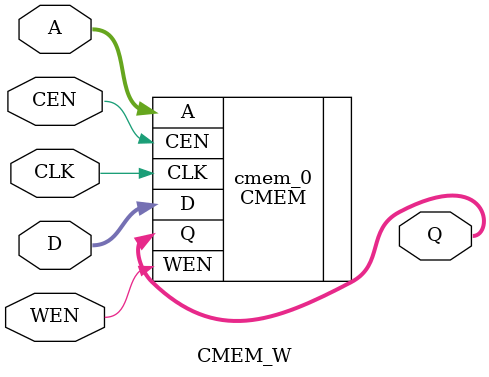
<source format=v>
module CMEM_W(Q, CLK, CEN, WEN, A, D); 
    output [15:0] Q;
    input         CLK;
    input         CEN;
    input         WEN;
    input [5:0]   A;
    input [15:0]  D;

    CMEM cmem_0 (.Q(Q), .CLK(CLK), .CEN(CEN), .WEN(WEN), .A(A), .D(D));
endmodule

</source>
